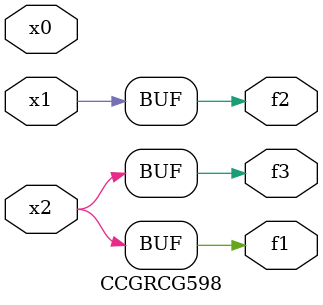
<source format=v>
module CCGRCG598(
	input x0, x1, x2,
	output f1, f2, f3
);
	assign f1 = x2;
	assign f2 = x1;
	assign f3 = x2;
endmodule

</source>
